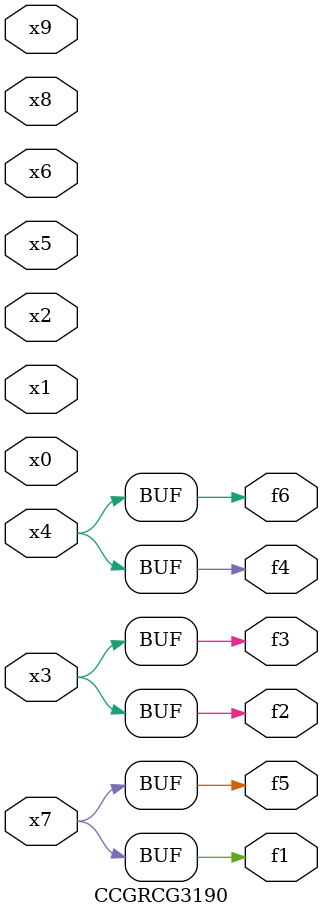
<source format=v>
module CCGRCG3190(
	input x0, x1, x2, x3, x4, x5, x6, x7, x8, x9,
	output f1, f2, f3, f4, f5, f6
);
	assign f1 = x7;
	assign f2 = x3;
	assign f3 = x3;
	assign f4 = x4;
	assign f5 = x7;
	assign f6 = x4;
endmodule

</source>
